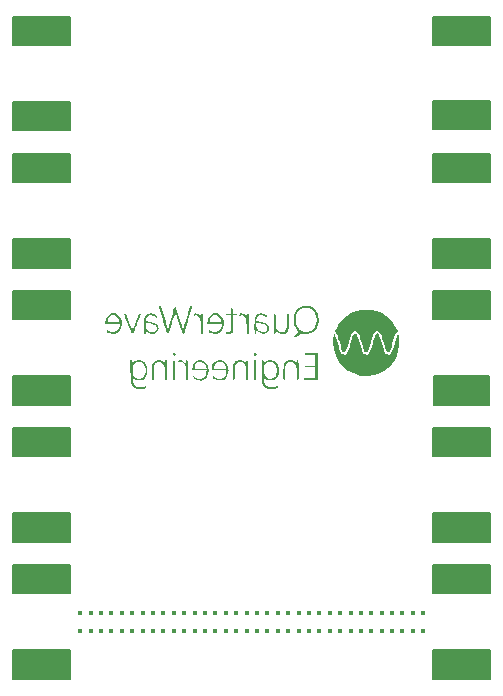
<source format=gbs>
%TF.GenerationSoftware,KiCad,Pcbnew,(6.0.2)*%
%TF.CreationDate,2022-07-21T21:07:04-07:00*%
%TF.ProjectId,testCoupon,74657374-436f-4757-906f-6e2e6b696361,1*%
%TF.SameCoordinates,Original*%
%TF.FileFunction,Soldermask,Bot*%
%TF.FilePolarity,Negative*%
%FSLAX46Y46*%
G04 Gerber Fmt 4.6, Leading zero omitted, Abs format (unit mm)*
G04 Created by KiCad (PCBNEW (6.0.2)) date 2022-07-21 21:07:04*
%MOMM*%
%LPD*%
G01*
G04 APERTURE LIST*
%ADD10C,0.150000*%
%ADD11C,0.380000*%
%ADD12R,4.000000X1.280000*%
G04 APERTURE END LIST*
D10*
X176400000Y-67600000D02*
X171600000Y-67600000D01*
X171600000Y-67600000D02*
X171600000Y-65200000D01*
X171600000Y-65200000D02*
X176400000Y-65200000D01*
X176400000Y-65200000D02*
X176400000Y-67600000D01*
G36*
X176400000Y-67600000D02*
G01*
X171600000Y-67600000D01*
X171600000Y-65200000D01*
X176400000Y-65200000D01*
X176400000Y-67600000D01*
G37*
X140800000Y-106900000D02*
X136000000Y-106900000D01*
X136000000Y-106900000D02*
X136000000Y-104500000D01*
X136000000Y-104500000D02*
X140800000Y-104500000D01*
X140800000Y-104500000D02*
X140800000Y-106900000D01*
G36*
X140800000Y-106900000D02*
G01*
X136000000Y-106900000D01*
X136000000Y-104500000D01*
X140800000Y-104500000D01*
X140800000Y-106900000D01*
G37*
X176400000Y-60500000D02*
X171600000Y-60500000D01*
X171600000Y-60500000D02*
X171600000Y-58100000D01*
X171600000Y-58100000D02*
X176400000Y-58100000D01*
X176400000Y-58100000D02*
X176400000Y-60500000D01*
G36*
X176400000Y-60500000D02*
G01*
X171600000Y-60500000D01*
X171600000Y-58100000D01*
X176400000Y-58100000D01*
X176400000Y-60500000D01*
G37*
X176400000Y-102500000D02*
X171600000Y-102500000D01*
X171600000Y-102500000D02*
X171600000Y-100100000D01*
X171600000Y-100100000D02*
X176400000Y-100100000D01*
X176400000Y-100100000D02*
X176400000Y-102500000D01*
G36*
X176400000Y-102500000D02*
G01*
X171600000Y-102500000D01*
X171600000Y-100100000D01*
X176400000Y-100100000D01*
X176400000Y-102500000D01*
G37*
X140800000Y-72100000D02*
X136000000Y-72100000D01*
X136000000Y-72100000D02*
X136000000Y-69700000D01*
X136000000Y-69700000D02*
X140800000Y-69700000D01*
X140800000Y-69700000D02*
X140800000Y-72100000D01*
G36*
X140800000Y-72100000D02*
G01*
X136000000Y-72100000D01*
X136000000Y-69700000D01*
X140800000Y-69700000D01*
X140800000Y-72100000D01*
G37*
X140800000Y-95300000D02*
X136000000Y-95300000D01*
X136000000Y-95300000D02*
X136000000Y-92900000D01*
X136000000Y-92900000D02*
X140800000Y-92900000D01*
X140800000Y-92900000D02*
X140800000Y-95300000D01*
G36*
X140800000Y-95300000D02*
G01*
X136000000Y-95300000D01*
X136000000Y-92900000D01*
X140800000Y-92900000D01*
X140800000Y-95300000D01*
G37*
X176400000Y-95300000D02*
X171600000Y-95300000D01*
X171600000Y-95300000D02*
X171600000Y-92900000D01*
X171600000Y-92900000D02*
X176400000Y-92900000D01*
X176400000Y-92900000D02*
X176400000Y-95300000D01*
G36*
X176400000Y-95300000D02*
G01*
X171600000Y-95300000D01*
X171600000Y-92900000D01*
X176400000Y-92900000D01*
X176400000Y-95300000D01*
G37*
X140800000Y-102500000D02*
X136000000Y-102500000D01*
X136000000Y-102500000D02*
X136000000Y-100100000D01*
X136000000Y-100100000D02*
X140800000Y-100100000D01*
X140800000Y-100100000D02*
X140800000Y-102500000D01*
G36*
X140800000Y-102500000D02*
G01*
X136000000Y-102500000D01*
X136000000Y-100100000D01*
X140800000Y-100100000D01*
X140800000Y-102500000D01*
G37*
X140800000Y-67700000D02*
X136000000Y-67700000D01*
X136000000Y-67700000D02*
X136000000Y-65300000D01*
X136000000Y-65300000D02*
X140800000Y-65300000D01*
X140800000Y-65300000D02*
X140800000Y-67700000D01*
G36*
X140800000Y-67700000D02*
G01*
X136000000Y-67700000D01*
X136000000Y-65300000D01*
X140800000Y-65300000D01*
X140800000Y-67700000D01*
G37*
X176400000Y-106900000D02*
X171600000Y-106900000D01*
X171600000Y-106900000D02*
X171600000Y-104500000D01*
X171600000Y-104500000D02*
X176400000Y-104500000D01*
X176400000Y-104500000D02*
X176400000Y-106900000D01*
G36*
X176400000Y-106900000D02*
G01*
X171600000Y-106900000D01*
X171600000Y-104500000D01*
X176400000Y-104500000D01*
X176400000Y-106900000D01*
G37*
X176400000Y-79300000D02*
X171600000Y-79300000D01*
X171600000Y-79300000D02*
X171600000Y-76900000D01*
X171600000Y-76900000D02*
X176400000Y-76900000D01*
X176400000Y-76900000D02*
X176400000Y-79300000D01*
G36*
X176400000Y-79300000D02*
G01*
X171600000Y-79300000D01*
X171600000Y-76900000D01*
X176400000Y-76900000D01*
X176400000Y-79300000D01*
G37*
X140800000Y-83700000D02*
X136000000Y-83700000D01*
X136000000Y-83700000D02*
X136000000Y-81300000D01*
X136000000Y-81300000D02*
X140800000Y-81300000D01*
X140800000Y-81300000D02*
X140800000Y-83700000D01*
G36*
X140800000Y-83700000D02*
G01*
X136000000Y-83700000D01*
X136000000Y-81300000D01*
X140800000Y-81300000D01*
X140800000Y-83700000D01*
G37*
X176350000Y-90900000D02*
X171650000Y-90900000D01*
X171650000Y-90900000D02*
X171650000Y-88500000D01*
X171650000Y-88500000D02*
X176350000Y-88500000D01*
X176350000Y-88500000D02*
X176350000Y-90900000D01*
G36*
X176350000Y-90900000D02*
G01*
X171650000Y-90900000D01*
X171650000Y-88500000D01*
X176350000Y-88500000D01*
X176350000Y-90900000D01*
G37*
X176400000Y-114100000D02*
X171600000Y-114100000D01*
X171600000Y-114100000D02*
X171600000Y-111700000D01*
X171600000Y-111700000D02*
X176400000Y-111700000D01*
X176400000Y-111700000D02*
X176400000Y-114100000D01*
G36*
X176400000Y-114100000D02*
G01*
X171600000Y-114100000D01*
X171600000Y-111700000D01*
X176400000Y-111700000D01*
X176400000Y-114100000D01*
G37*
X140800000Y-90900000D02*
X136000000Y-90900000D01*
X136000000Y-90900000D02*
X136000000Y-88500000D01*
X136000000Y-88500000D02*
X140800000Y-88500000D01*
X140800000Y-88500000D02*
X140800000Y-90900000D01*
G36*
X140800000Y-90900000D02*
G01*
X136000000Y-90900000D01*
X136000000Y-88500000D01*
X140800000Y-88500000D01*
X140800000Y-90900000D01*
G37*
X176400000Y-72100000D02*
X171600000Y-72100000D01*
X171600000Y-72100000D02*
X171600000Y-69700000D01*
X171600000Y-69700000D02*
X176400000Y-69700000D01*
X176400000Y-69700000D02*
X176400000Y-72100000D01*
G36*
X176400000Y-72100000D02*
G01*
X171600000Y-72100000D01*
X171600000Y-69700000D01*
X176400000Y-69700000D01*
X176400000Y-72100000D01*
G37*
X140800000Y-60500000D02*
X136000000Y-60500000D01*
X136000000Y-60500000D02*
X136000000Y-58100000D01*
X136000000Y-58100000D02*
X140800000Y-58100000D01*
X140800000Y-58100000D02*
X140800000Y-60500000D01*
G36*
X140800000Y-60500000D02*
G01*
X136000000Y-60500000D01*
X136000000Y-58100000D01*
X140800000Y-58100000D01*
X140800000Y-60500000D01*
G37*
X176400000Y-83700000D02*
X171600000Y-83700000D01*
X171600000Y-83700000D02*
X171600000Y-81300000D01*
X171600000Y-81300000D02*
X176400000Y-81300000D01*
X176400000Y-81300000D02*
X176400000Y-83700000D01*
G36*
X176400000Y-83700000D02*
G01*
X171600000Y-83700000D01*
X171600000Y-81300000D01*
X176400000Y-81300000D01*
X176400000Y-83700000D01*
G37*
X140800000Y-114100000D02*
X136000000Y-114100000D01*
X136000000Y-114100000D02*
X136000000Y-111700000D01*
X136000000Y-111700000D02*
X140800000Y-111700000D01*
X140800000Y-111700000D02*
X140800000Y-114100000D01*
G36*
X140800000Y-114100000D02*
G01*
X136000000Y-114100000D01*
X136000000Y-111700000D01*
X140800000Y-111700000D01*
X140800000Y-114100000D01*
G37*
X140800000Y-79300000D02*
X136000000Y-79300000D01*
X136000000Y-79300000D02*
X136000000Y-76900000D01*
X136000000Y-76900000D02*
X140800000Y-76900000D01*
X140800000Y-76900000D02*
X140800000Y-79300000D01*
G36*
X140800000Y-79300000D02*
G01*
X136000000Y-79300000D01*
X136000000Y-76900000D01*
X140800000Y-76900000D01*
X140800000Y-79300000D01*
G37*
%TO.C,G\u002A\u002A\u002A*%
G36*
X148450110Y-87147419D02*
G01*
X148628360Y-87204884D01*
X148776100Y-87307934D01*
X148880115Y-87411949D01*
X148880115Y-87286666D01*
X148884081Y-87215287D01*
X148909239Y-87171248D01*
X148971613Y-87161383D01*
X149063112Y-87161383D01*
X149063112Y-88844957D01*
X148880115Y-88844957D01*
X148880115Y-88273499D01*
X148880108Y-88246400D01*
X148879053Y-88032524D01*
X148875135Y-87876675D01*
X148866822Y-87765167D01*
X148852580Y-87684311D01*
X148830877Y-87620423D01*
X148800178Y-87559814D01*
X148722067Y-87455663D01*
X148569027Y-87344384D01*
X148502489Y-87313768D01*
X148389817Y-87278187D01*
X148290218Y-87281405D01*
X148171557Y-87321578D01*
X148104912Y-87355122D01*
X148040112Y-87409954D01*
X147992963Y-87488523D01*
X147960847Y-87600693D01*
X147941148Y-87756328D01*
X147931248Y-87965292D01*
X147928530Y-88237448D01*
X147928530Y-88844957D01*
X147738423Y-88844957D01*
X147751128Y-88195317D01*
X147751235Y-88189876D01*
X147758498Y-87924236D01*
X147770399Y-87720239D01*
X147789883Y-87566554D01*
X147819897Y-87451850D01*
X147863388Y-87364794D01*
X147923302Y-87294056D01*
X148002587Y-87228303D01*
X148090956Y-87178392D01*
X148263569Y-87137826D01*
X148450110Y-87147419D01*
G37*
G36*
X155486068Y-83209908D02*
G01*
X155603343Y-83270024D01*
X155704710Y-83360294D01*
X155797406Y-83470458D01*
X155797406Y-83339552D01*
X155802018Y-83260081D01*
X155827511Y-83217938D01*
X155888905Y-83208646D01*
X155980403Y-83208646D01*
X155980403Y-84892219D01*
X155802443Y-84892219D01*
X155790775Y-84315778D01*
X155786553Y-84137531D01*
X155779524Y-83957883D01*
X155769264Y-83827298D01*
X155754097Y-83732078D01*
X155732347Y-83658525D01*
X155702338Y-83592940D01*
X155642222Y-83498778D01*
X155528259Y-83389515D01*
X155403058Y-83335832D01*
X155280173Y-83345668D01*
X155215251Y-83366737D01*
X155181636Y-83356226D01*
X155175216Y-83297662D01*
X155197657Y-83229270D01*
X155267339Y-83187651D01*
X155368771Y-83181824D01*
X155486068Y-83209908D01*
G37*
G36*
X154236836Y-88233669D02*
G01*
X154163237Y-88455301D01*
X154036750Y-88643634D01*
X153976357Y-88702921D01*
X153868520Y-88787667D01*
X153775585Y-88837980D01*
X153680047Y-88859331D01*
X153494299Y-88864386D01*
X153294378Y-88835943D01*
X153110096Y-88776744D01*
X153009919Y-88725683D01*
X152956748Y-88674552D01*
X152942651Y-88610871D01*
X152942651Y-88519067D01*
X153121194Y-88611698D01*
X153232677Y-88664177D01*
X153416906Y-88717969D01*
X153582524Y-88714566D01*
X153745718Y-88655094D01*
X153757057Y-88649054D01*
X153904330Y-88534668D01*
X154004151Y-88374111D01*
X154062044Y-88158718D01*
X154086588Y-88003170D01*
X152869452Y-88003170D01*
X152870129Y-87856772D01*
X153017680Y-87856772D01*
X154072123Y-87856772D01*
X154040261Y-87745675D01*
X153976370Y-87584040D01*
X153855352Y-87424275D01*
X153693068Y-87324185D01*
X153521401Y-87285202D01*
X153353177Y-87307150D01*
X153212476Y-87392717D01*
X153105960Y-87537683D01*
X153040292Y-87737824D01*
X153017680Y-87856772D01*
X152870129Y-87856772D01*
X152870256Y-87829323D01*
X152900430Y-87611091D01*
X152984267Y-87424704D01*
X153110864Y-87279974D01*
X153269326Y-87181561D01*
X153448760Y-87134126D01*
X153638270Y-87142329D01*
X153826965Y-87210831D01*
X154003948Y-87344294D01*
X154010875Y-87351317D01*
X154144568Y-87537561D01*
X154227076Y-87757940D01*
X154239925Y-87856772D01*
X154257974Y-87995596D01*
X154236836Y-88233669D01*
G37*
G36*
X152574014Y-88103208D02*
G01*
X152531968Y-88356931D01*
X152440097Y-88566106D01*
X152301473Y-88725282D01*
X152119164Y-88829010D01*
X152082955Y-88840840D01*
X151921576Y-88867740D01*
X151750911Y-88863342D01*
X151587316Y-88831882D01*
X151447148Y-88777598D01*
X151346764Y-88704724D01*
X151302520Y-88617498D01*
X151291063Y-88518136D01*
X151465633Y-88615705D01*
X151514316Y-88641040D01*
X151720761Y-88708486D01*
X151916040Y-88712611D01*
X152090134Y-88658063D01*
X152233025Y-88549495D01*
X152334695Y-88391555D01*
X152385127Y-88188894D01*
X152402973Y-88003170D01*
X151175683Y-88003170D01*
X151198059Y-87814235D01*
X151203784Y-87776829D01*
X151368876Y-87776829D01*
X151369084Y-87790042D01*
X151375189Y-87817685D01*
X151398269Y-87836399D01*
X151449569Y-87847924D01*
X151540334Y-87854000D01*
X151681808Y-87856370D01*
X151885235Y-87856772D01*
X152401595Y-87856772D01*
X152376784Y-87756124D01*
X152344085Y-87654704D01*
X152249596Y-87490973D01*
X152123833Y-87371911D01*
X151978733Y-87300251D01*
X151826233Y-87278729D01*
X151678268Y-87310079D01*
X151546776Y-87397036D01*
X151443692Y-87542335D01*
X151423938Y-87585989D01*
X151384540Y-87695666D01*
X151368876Y-87776829D01*
X151203784Y-87776829D01*
X151211335Y-87727492D01*
X151281825Y-87500669D01*
X151396022Y-87325236D01*
X151550478Y-87207133D01*
X151555335Y-87204703D01*
X151764343Y-87136522D01*
X151967745Y-87140888D01*
X152162543Y-87217207D01*
X152345743Y-87364884D01*
X152425948Y-87457940D01*
X152514422Y-87611352D01*
X152562079Y-87790679D01*
X152566273Y-87856772D01*
X152576453Y-88017224D01*
X152574014Y-88103208D01*
G37*
G36*
X148569020Y-82550324D02*
G01*
X148841759Y-83538201D01*
X148853537Y-83580757D01*
X148924140Y-83831425D01*
X148989026Y-84054517D01*
X149045534Y-84241413D01*
X149091003Y-84383491D01*
X149122773Y-84472127D01*
X149138182Y-84498702D01*
X149138513Y-84498265D01*
X149155178Y-84453968D01*
X149188520Y-84348983D01*
X149235743Y-84192697D01*
X149294051Y-83994497D01*
X149360646Y-83763771D01*
X149432734Y-83509907D01*
X149441575Y-83478561D01*
X149528445Y-83175362D01*
X149599341Y-82938200D01*
X149655811Y-82762493D01*
X149699400Y-82643665D01*
X149731655Y-82577134D01*
X149754123Y-82558322D01*
X149763032Y-82565736D01*
X149797560Y-82631771D01*
X149849278Y-82762524D01*
X149916692Y-82953830D01*
X149998306Y-83201524D01*
X150092625Y-83501441D01*
X150167360Y-83743057D01*
X150239018Y-83973551D01*
X150301476Y-84173248D01*
X150351659Y-84332355D01*
X150386491Y-84441079D01*
X150402898Y-84489625D01*
X150404366Y-84491141D01*
X150423063Y-84459512D01*
X150458156Y-84367190D01*
X150506938Y-84222443D01*
X150566705Y-84033541D01*
X150634748Y-83808750D01*
X150708363Y-83556340D01*
X150712541Y-83541761D01*
X150794747Y-83255588D01*
X150860009Y-83031694D01*
X150911313Y-82862315D01*
X150951650Y-82739688D01*
X150984006Y-82656050D01*
X151011370Y-82603637D01*
X151036731Y-82574687D01*
X151063078Y-82561437D01*
X151093399Y-82556122D01*
X151154009Y-82552413D01*
X151181368Y-82575261D01*
X151169574Y-82647621D01*
X151169141Y-82649349D01*
X151149349Y-82721303D01*
X151112845Y-82847767D01*
X151062755Y-83018351D01*
X151002206Y-83222663D01*
X150934325Y-83450313D01*
X150862237Y-83690910D01*
X150789069Y-83934062D01*
X150717947Y-84169380D01*
X150651999Y-84386473D01*
X150594350Y-84574949D01*
X150548127Y-84724418D01*
X150516456Y-84824488D01*
X150502465Y-84864770D01*
X150485200Y-84878687D01*
X150421396Y-84892219D01*
X150398031Y-84880938D01*
X150369833Y-84841538D01*
X150334571Y-84766995D01*
X150289540Y-84650288D01*
X150232036Y-84484398D01*
X150159354Y-84262304D01*
X150068789Y-83976986D01*
X149993970Y-83742780D01*
X149921992Y-83524904D01*
X149859008Y-83341837D01*
X149808127Y-83202375D01*
X149772456Y-83115314D01*
X149755106Y-83089450D01*
X149750455Y-83098758D01*
X149726365Y-83165910D01*
X149686413Y-83287949D01*
X149633891Y-83454120D01*
X149572090Y-83653665D01*
X149504303Y-83875827D01*
X149433821Y-84109849D01*
X149363936Y-84344975D01*
X149297941Y-84570448D01*
X149239126Y-84775510D01*
X149226184Y-84815891D01*
X149187447Y-84876160D01*
X149128373Y-84885308D01*
X149121435Y-84883774D01*
X149097519Y-84868872D01*
X149071773Y-84833628D01*
X149041613Y-84770885D01*
X149004451Y-84673487D01*
X148957703Y-84534279D01*
X148898781Y-84346105D01*
X148825101Y-84101809D01*
X148734076Y-83794236D01*
X148702475Y-83686931D01*
X148624167Y-83421387D01*
X148552617Y-83179263D01*
X148490600Y-82969921D01*
X148440894Y-82802722D01*
X148406273Y-82687030D01*
X148389514Y-82632205D01*
X148379171Y-82591929D01*
X148394581Y-82557438D01*
X148465905Y-82550090D01*
X148569020Y-82550324D01*
G37*
G36*
X156602593Y-88844957D02*
G01*
X156419596Y-88844957D01*
X156419596Y-87161383D01*
X156602593Y-87161383D01*
X156602593Y-88844957D01*
G37*
G36*
X153854994Y-84150470D02*
G01*
X153812947Y-84404193D01*
X153721077Y-84613368D01*
X153582453Y-84772544D01*
X153400144Y-84876272D01*
X153363935Y-84888102D01*
X153202556Y-84915002D01*
X153031890Y-84910604D01*
X152868296Y-84879145D01*
X152728128Y-84824860D01*
X152627744Y-84751986D01*
X152583500Y-84664760D01*
X152572043Y-84565399D01*
X152746613Y-84662968D01*
X152795295Y-84688302D01*
X153001741Y-84755748D01*
X153197020Y-84759873D01*
X153371114Y-84705326D01*
X153514005Y-84596757D01*
X153615675Y-84438817D01*
X153666107Y-84236156D01*
X153683952Y-84050432D01*
X152456662Y-84050432D01*
X152479039Y-83861497D01*
X152484764Y-83824091D01*
X152649856Y-83824091D01*
X152650064Y-83837304D01*
X152656169Y-83864948D01*
X152679249Y-83883661D01*
X152730549Y-83895186D01*
X152821314Y-83901263D01*
X152962788Y-83903632D01*
X153166215Y-83904035D01*
X153682575Y-83904035D01*
X153657764Y-83803386D01*
X153625065Y-83701966D01*
X153530575Y-83538236D01*
X153404812Y-83419173D01*
X153259713Y-83347513D01*
X153107213Y-83325991D01*
X152959248Y-83357341D01*
X152827756Y-83444298D01*
X152724672Y-83589598D01*
X152704918Y-83633251D01*
X152665520Y-83742928D01*
X152649856Y-83824091D01*
X152484764Y-83824091D01*
X152492315Y-83774755D01*
X152562805Y-83547932D01*
X152677002Y-83372498D01*
X152831458Y-83254395D01*
X152836315Y-83251965D01*
X153045323Y-83183784D01*
X153248724Y-83188151D01*
X153443523Y-83264469D01*
X153626723Y-83412146D01*
X153706928Y-83505202D01*
X153795402Y-83658614D01*
X153843058Y-83837941D01*
X153847252Y-83904035D01*
X153857432Y-84064486D01*
X153854994Y-84150470D01*
G37*
G36*
X149650337Y-87161388D02*
G01*
X149673359Y-87164412D01*
X149690829Y-87179036D01*
X149703512Y-87214060D01*
X149712173Y-87278284D01*
X149717577Y-87380507D01*
X149720490Y-87529529D01*
X149721676Y-87734150D01*
X149721902Y-88003170D01*
X149721901Y-88021969D01*
X149721638Y-88286722D01*
X149720367Y-88487624D01*
X149717321Y-88633475D01*
X149711736Y-88733074D01*
X149702847Y-88795223D01*
X149689889Y-88828719D01*
X149672096Y-88842364D01*
X149648703Y-88844957D01*
X149647068Y-88844952D01*
X149624046Y-88841928D01*
X149606576Y-88827304D01*
X149593894Y-88792280D01*
X149585233Y-88728056D01*
X149579829Y-88625833D01*
X149576916Y-88476811D01*
X149575729Y-88272190D01*
X149575504Y-88003170D01*
X149575504Y-87984371D01*
X149575767Y-87719619D01*
X149577039Y-87518717D01*
X149580085Y-87372866D01*
X149585669Y-87273266D01*
X149594558Y-87211118D01*
X149607517Y-87177621D01*
X149625310Y-87163976D01*
X149648703Y-87161383D01*
X149650337Y-87161388D01*
G37*
G36*
X158501600Y-88276195D02*
G01*
X158431148Y-88503829D01*
X158313203Y-88679588D01*
X158149642Y-88800749D01*
X157942338Y-88864590D01*
X157740782Y-88865830D01*
X157540576Y-88809789D01*
X157374498Y-88701657D01*
X157261383Y-88595992D01*
X157262187Y-88784524D01*
X157289373Y-89011191D01*
X157369196Y-89198341D01*
X157496766Y-89335320D01*
X157667197Y-89419743D01*
X157875605Y-89449223D01*
X158117106Y-89421376D01*
X158386815Y-89333815D01*
X158417910Y-89339027D01*
X158432564Y-89403340D01*
X158422924Y-89457599D01*
X158377171Y-89501118D01*
X158277017Y-89538931D01*
X158236063Y-89551354D01*
X158140320Y-89581015D01*
X158084870Y-89599112D01*
X158040471Y-89603367D01*
X157942109Y-89602415D01*
X157815260Y-89595648D01*
X157686556Y-89579887D01*
X157469534Y-89511636D01*
X157302730Y-89392590D01*
X157182550Y-89220618D01*
X157172203Y-89199315D01*
X157148160Y-89144147D01*
X157129601Y-89085551D01*
X157115650Y-89013558D01*
X157105432Y-88918202D01*
X157098069Y-88789517D01*
X157092685Y-88617536D01*
X157088404Y-88392292D01*
X157084350Y-88103819D01*
X157082938Y-87995940D01*
X157261383Y-87995940D01*
X157262293Y-88070329D01*
X157279195Y-88264468D01*
X157323040Y-88411131D01*
X157401124Y-88528267D01*
X157520747Y-88633825D01*
X157551049Y-88654301D01*
X157712751Y-88714804D01*
X157887880Y-88715514D01*
X158056518Y-88658961D01*
X158198748Y-88547678D01*
X158242660Y-88488263D01*
X158316593Y-88319108D01*
X158355971Y-88116924D01*
X158357493Y-87905016D01*
X158317858Y-87706686D01*
X158242293Y-87552599D01*
X158116278Y-87414920D01*
X157961626Y-87324063D01*
X157792318Y-87285303D01*
X157622336Y-87303915D01*
X157465661Y-87385173D01*
X157428158Y-87416684D01*
X157346948Y-87511111D01*
X157295747Y-87628172D01*
X157269058Y-87784304D01*
X157261383Y-87995940D01*
X157082938Y-87995940D01*
X157072015Y-87161383D01*
X157166699Y-87161383D01*
X157216920Y-87165580D01*
X157253237Y-87197319D01*
X157261383Y-87279325D01*
X157261385Y-87286071D01*
X157263965Y-87359470D01*
X157278685Y-87367865D01*
X157316221Y-87318975D01*
X157401341Y-87241262D01*
X157542211Y-87175181D01*
X157707779Y-87138243D01*
X157873213Y-87138497D01*
X157892944Y-87141441D01*
X158101556Y-87208461D01*
X158274068Y-87337583D01*
X158413944Y-87531323D01*
X158470043Y-87642823D01*
X158503457Y-87743992D01*
X158518930Y-87860613D01*
X158520014Y-87905016D01*
X158522858Y-88021470D01*
X158501600Y-88276195D01*
G37*
G36*
X165925960Y-82879263D02*
G01*
X166385560Y-82914514D01*
X166819491Y-83015684D01*
X167222808Y-83179772D01*
X167590563Y-83403773D01*
X167917811Y-83684686D01*
X168199604Y-84019507D01*
X168430996Y-84405235D01*
X168580548Y-84705139D01*
X168487504Y-84815714D01*
X168453294Y-84864047D01*
X168379305Y-85011444D01*
X168299264Y-85221809D01*
X168215475Y-85488750D01*
X168130247Y-85805872D01*
X168077094Y-86005026D01*
X168013326Y-86202122D01*
X167950978Y-86343070D01*
X167886447Y-86437205D01*
X167835898Y-86482056D01*
X167761007Y-86495991D01*
X167684294Y-86438545D01*
X167647538Y-86392674D01*
X167606437Y-86326077D01*
X167567584Y-86238870D01*
X167526221Y-86118394D01*
X167477591Y-85951989D01*
X167416939Y-85726994D01*
X167355101Y-85499485D01*
X167282921Y-85257762D01*
X167217568Y-85072264D01*
X167155412Y-84934043D01*
X167092823Y-84834148D01*
X167026171Y-84763630D01*
X166968205Y-84719952D01*
X166863079Y-84678832D01*
X166762031Y-84702901D01*
X166649116Y-84793419D01*
X166597010Y-84857591D01*
X166533479Y-84970503D01*
X166467210Y-85128289D01*
X166395696Y-85337750D01*
X166316430Y-85605686D01*
X166226905Y-85938898D01*
X166158786Y-86164813D01*
X166082055Y-86342598D01*
X166002588Y-86452932D01*
X165921791Y-86493905D01*
X165841068Y-86463605D01*
X165820295Y-86444632D01*
X165771003Y-86381442D01*
X165723461Y-86288428D01*
X165673538Y-86155121D01*
X165617108Y-85971055D01*
X165550040Y-85725761D01*
X165488953Y-85500951D01*
X165416684Y-85258756D01*
X165351246Y-85072876D01*
X165289007Y-84934362D01*
X165226336Y-84834263D01*
X165159600Y-84763630D01*
X165101634Y-84719952D01*
X164996508Y-84678832D01*
X164895460Y-84702901D01*
X164782546Y-84793419D01*
X164726940Y-84862737D01*
X164663994Y-84976501D01*
X164598221Y-85134756D01*
X164527087Y-85344391D01*
X164448056Y-85612293D01*
X164358594Y-85945348D01*
X164310169Y-86111526D01*
X164231608Y-86306557D01*
X164149441Y-86428664D01*
X164065327Y-86477848D01*
X163980923Y-86454108D01*
X163897888Y-86357445D01*
X163817880Y-86187859D01*
X163742558Y-85945348D01*
X163658756Y-85635595D01*
X163568748Y-85335205D01*
X163486391Y-85096635D01*
X163412906Y-84923385D01*
X163349515Y-84818954D01*
X163253745Y-84705139D01*
X163403297Y-84405235D01*
X163407135Y-84397567D01*
X163639515Y-84012765D01*
X163922204Y-83678925D01*
X164250255Y-83399049D01*
X164618722Y-83176142D01*
X165022656Y-83013204D01*
X165457114Y-82913240D01*
X165917147Y-82879251D01*
X165925960Y-82879263D01*
G37*
G36*
X166872653Y-84876059D02*
G01*
X166928649Y-84904288D01*
X166983468Y-84970615D01*
X167040199Y-85081781D01*
X167101929Y-85244524D01*
X167171749Y-85465583D01*
X167252747Y-85751698D01*
X167308341Y-85948067D01*
X167386221Y-86191773D01*
X167459309Y-86375828D01*
X167531328Y-86507909D01*
X167606004Y-86595693D01*
X167687061Y-86646855D01*
X167730384Y-86662780D01*
X167813018Y-86669703D01*
X167907698Y-86632821D01*
X167915141Y-86628864D01*
X167984973Y-86578096D01*
X168047942Y-86501325D01*
X168108287Y-86389395D01*
X168170247Y-86233150D01*
X168238062Y-86023435D01*
X168315970Y-85751094D01*
X168339478Y-85666187D01*
X168418423Y-85391424D01*
X168483522Y-85183797D01*
X168536015Y-85039815D01*
X168577142Y-84955986D01*
X168608145Y-84928819D01*
X168623640Y-84938121D01*
X168652526Y-85005282D01*
X168678077Y-85126829D01*
X168698521Y-85290319D01*
X168712087Y-85483308D01*
X168717002Y-85693353D01*
X168710195Y-85895394D01*
X168645861Y-86337916D01*
X168517127Y-86754668D01*
X168328250Y-87140115D01*
X168083493Y-87488722D01*
X167787113Y-87794954D01*
X167443370Y-88053277D01*
X167056524Y-88258155D01*
X166630835Y-88404055D01*
X166438364Y-88442708D01*
X166133228Y-88473386D01*
X165809126Y-88477516D01*
X165494668Y-88455059D01*
X165218462Y-88405978D01*
X165011848Y-88345790D01*
X164602270Y-88173594D01*
X164233613Y-87944972D01*
X163910096Y-87665372D01*
X163635938Y-87340241D01*
X163415359Y-86975026D01*
X163252578Y-86575175D01*
X163151816Y-86146135D01*
X163117291Y-85693353D01*
X163118615Y-85584530D01*
X163128178Y-85381656D01*
X163145484Y-85202205D01*
X163168762Y-85058619D01*
X163196241Y-84963343D01*
X163226148Y-84928819D01*
X163235230Y-84931661D01*
X163269028Y-84976219D01*
X163313183Y-85077669D01*
X163368992Y-85239671D01*
X163437754Y-85465883D01*
X163520763Y-85759966D01*
X163572546Y-85941959D01*
X163651165Y-86187720D01*
X163724869Y-86373427D01*
X163797401Y-86506742D01*
X163872504Y-86595330D01*
X163953920Y-86646855D01*
X163997243Y-86662780D01*
X164079877Y-86669703D01*
X164174556Y-86632821D01*
X164185387Y-86626989D01*
X164254596Y-86575481D01*
X164317099Y-86497796D01*
X164377093Y-86384811D01*
X164438774Y-86227403D01*
X164506339Y-86016449D01*
X164583986Y-85742825D01*
X164611326Y-85643750D01*
X164688179Y-85380509D01*
X164755000Y-85180207D01*
X164814885Y-85036120D01*
X164870927Y-84941526D01*
X164926221Y-84889701D01*
X164983861Y-84873919D01*
X165006083Y-84876059D01*
X165062079Y-84904288D01*
X165116898Y-84970615D01*
X165173628Y-85081781D01*
X165235359Y-85244524D01*
X165305179Y-85465583D01*
X165386177Y-85751698D01*
X165441771Y-85948067D01*
X165519651Y-86191773D01*
X165592738Y-86375828D01*
X165664757Y-86507909D01*
X165739433Y-86595693D01*
X165820491Y-86646855D01*
X165863813Y-86662780D01*
X165946448Y-86669703D01*
X166041127Y-86632821D01*
X166051957Y-86626989D01*
X166121167Y-86575481D01*
X166183670Y-86497796D01*
X166243663Y-86384811D01*
X166305344Y-86227403D01*
X166372910Y-86016449D01*
X166450557Y-85742825D01*
X166477896Y-85643750D01*
X166554749Y-85380509D01*
X166621571Y-85180207D01*
X166681456Y-85036120D01*
X166737498Y-84941526D01*
X166792792Y-84889701D01*
X166850432Y-84873919D01*
X166872653Y-84876059D01*
G37*
G36*
X155317855Y-87145901D02*
G01*
X155499242Y-87210752D01*
X155647665Y-87327865D01*
X155760807Y-87456726D01*
X155760807Y-87309055D01*
X155765071Y-87222781D01*
X155786277Y-87173541D01*
X155834005Y-87161383D01*
X155835640Y-87161388D01*
X155858662Y-87164412D01*
X155876132Y-87179036D01*
X155888814Y-87214060D01*
X155897475Y-87278284D01*
X155902880Y-87380507D01*
X155905792Y-87529529D01*
X155906979Y-87734150D01*
X155907204Y-88003170D01*
X155906978Y-88255763D01*
X155905778Y-88464770D01*
X155902873Y-88617529D01*
X155897533Y-88722821D01*
X155889028Y-88789428D01*
X155876628Y-88826132D01*
X155859602Y-88841714D01*
X155837221Y-88844957D01*
X155825365Y-88844372D01*
X155802046Y-88834559D01*
X155785368Y-88804363D01*
X155773820Y-88743224D01*
X155765894Y-88640577D01*
X155760081Y-88485862D01*
X155754872Y-88268516D01*
X155750679Y-88098681D01*
X155743562Y-87917501D01*
X155733468Y-87786934D01*
X155718795Y-87693869D01*
X155697942Y-87625196D01*
X155669308Y-87567803D01*
X155665077Y-87560688D01*
X155542077Y-87406334D01*
X155394104Y-87317773D01*
X155212080Y-87289481D01*
X155182298Y-87289976D01*
X155055817Y-87308094D01*
X154956930Y-87357348D01*
X154882672Y-87444638D01*
X154830077Y-87576864D01*
X154796181Y-87760929D01*
X154778018Y-88003731D01*
X154772622Y-88312172D01*
X154772593Y-88381264D01*
X154771641Y-88568928D01*
X154768214Y-88697726D01*
X154760794Y-88778692D01*
X154747867Y-88822863D01*
X154727915Y-88841273D01*
X154699423Y-88844957D01*
X154676210Y-88842775D01*
X154655916Y-88828796D01*
X154642014Y-88792763D01*
X154633299Y-88724445D01*
X154628566Y-88613616D01*
X154626609Y-88450046D01*
X154626224Y-88223507D01*
X154627056Y-88062361D01*
X154633853Y-87816035D01*
X154649404Y-87626838D01*
X154675987Y-87484473D01*
X154715877Y-87378641D01*
X154771351Y-87299046D01*
X154844687Y-87235390D01*
X154938603Y-87182472D01*
X155124109Y-87135683D01*
X155317855Y-87145901D01*
G37*
G36*
X147375375Y-88276195D02*
G01*
X147304923Y-88503829D01*
X147186979Y-88679588D01*
X147023417Y-88800749D01*
X146816114Y-88864590D01*
X146614557Y-88865830D01*
X146414352Y-88809789D01*
X146248273Y-88701657D01*
X146135158Y-88595992D01*
X146135962Y-88784524D01*
X146163148Y-89011191D01*
X146242972Y-89198341D01*
X146370541Y-89335320D01*
X146540972Y-89419743D01*
X146749381Y-89449223D01*
X146990881Y-89421376D01*
X147260590Y-89333815D01*
X147291685Y-89339027D01*
X147306340Y-89403340D01*
X147296699Y-89457599D01*
X147250946Y-89501118D01*
X147150792Y-89538931D01*
X147109838Y-89551354D01*
X147014095Y-89581015D01*
X146958645Y-89599112D01*
X146914246Y-89603367D01*
X146815884Y-89602415D01*
X146689035Y-89595648D01*
X146560331Y-89579887D01*
X146343310Y-89511636D01*
X146176505Y-89392590D01*
X146056325Y-89220618D01*
X146045979Y-89199315D01*
X146021935Y-89144147D01*
X146003376Y-89085551D01*
X145989426Y-89013558D01*
X145979207Y-88918202D01*
X145971844Y-88789517D01*
X145966460Y-88617536D01*
X145962180Y-88392292D01*
X145958125Y-88103819D01*
X145956713Y-87995940D01*
X146135158Y-87995940D01*
X146136069Y-88070329D01*
X146152971Y-88264468D01*
X146196815Y-88411131D01*
X146274900Y-88528267D01*
X146394523Y-88633825D01*
X146424824Y-88654301D01*
X146586526Y-88714804D01*
X146761655Y-88715514D01*
X146930293Y-88658961D01*
X147072523Y-88547678D01*
X147116436Y-88488263D01*
X147190369Y-88319108D01*
X147229746Y-88116924D01*
X147231268Y-87905016D01*
X147191633Y-87706686D01*
X147116068Y-87552599D01*
X146990053Y-87414920D01*
X146835401Y-87324063D01*
X146666093Y-87285303D01*
X146496111Y-87303915D01*
X146339437Y-87385173D01*
X146301933Y-87416684D01*
X146220724Y-87511111D01*
X146169523Y-87628172D01*
X146142833Y-87784304D01*
X146135158Y-87995940D01*
X145956713Y-87995940D01*
X145945790Y-87161383D01*
X146040474Y-87161383D01*
X146090695Y-87165580D01*
X146127012Y-87197319D01*
X146135158Y-87279325D01*
X146135160Y-87286071D01*
X146137740Y-87359470D01*
X146152460Y-87367865D01*
X146189996Y-87318975D01*
X146275116Y-87241262D01*
X146415986Y-87175181D01*
X146581554Y-87138243D01*
X146746988Y-87138497D01*
X146766719Y-87141441D01*
X146975331Y-87208461D01*
X147147844Y-87337583D01*
X147287719Y-87531323D01*
X147343819Y-87642823D01*
X147377232Y-87743992D01*
X147392705Y-87860613D01*
X147393789Y-87905016D01*
X147396633Y-88021470D01*
X147375375Y-88276195D01*
G37*
G36*
X148209705Y-84775691D02*
G01*
X148059732Y-84876796D01*
X147952875Y-84911439D01*
X147755543Y-84919855D01*
X147563569Y-84861492D01*
X147391061Y-84739253D01*
X147269740Y-84621664D01*
X147269740Y-84756942D01*
X147264357Y-84844331D01*
X147237845Y-84883797D01*
X147175335Y-84892219D01*
X147080930Y-84892219D01*
X147092986Y-84224280D01*
X147093632Y-84189635D01*
X147099149Y-83986065D01*
X147261581Y-83986065D01*
X147277182Y-84201737D01*
X147277252Y-84202705D01*
X147312463Y-84398547D01*
X147392683Y-84550740D01*
X147529056Y-84680466D01*
X147616861Y-84732384D01*
X147764671Y-84770044D01*
X147907414Y-84756381D01*
X148031768Y-84698689D01*
X148124412Y-84604260D01*
X148172024Y-84480387D01*
X148161283Y-84334363D01*
X148145629Y-84291628D01*
X148081724Y-84204595D01*
X147973267Y-84136539D01*
X147810752Y-84082571D01*
X147584670Y-84037802D01*
X147261581Y-83986065D01*
X147099149Y-83986065D01*
X147100800Y-83925151D01*
X147112543Y-83722033D01*
X147131469Y-83569682D01*
X147160184Y-83457496D01*
X147201294Y-83374875D01*
X147257408Y-83311218D01*
X147331132Y-83255925D01*
X147352171Y-83243756D01*
X147485052Y-83203915D01*
X147655466Y-83192947D01*
X147838910Y-83210801D01*
X148010879Y-83257422D01*
X148055753Y-83275269D01*
X148139173Y-83317891D01*
X148176280Y-83364469D01*
X148184726Y-83432812D01*
X148184726Y-83541126D01*
X148014719Y-83441496D01*
X147867080Y-83372269D01*
X147689850Y-83335240D01*
X147533544Y-83351942D01*
X147408285Y-83418903D01*
X147324191Y-83532650D01*
X147291384Y-83689709D01*
X147288040Y-83846404D01*
X147608281Y-83892773D01*
X147721042Y-83911112D01*
X147957064Y-83969422D01*
X148129936Y-84049060D01*
X148245805Y-84154889D01*
X148310818Y-84291772D01*
X148331124Y-84464572D01*
X148328356Y-84480387D01*
X148301841Y-84631868D01*
X148209705Y-84775691D01*
G37*
G36*
X150273952Y-87136943D02*
G01*
X150394164Y-87182264D01*
X150507986Y-87258383D01*
X150600745Y-87362680D01*
X150673004Y-87472478D01*
X150673245Y-87316931D01*
X150678382Y-87220039D01*
X150699886Y-87172895D01*
X150746685Y-87161383D01*
X150748320Y-87161388D01*
X150771342Y-87164412D01*
X150788812Y-87179036D01*
X150801495Y-87214060D01*
X150810155Y-87278284D01*
X150815560Y-87380507D01*
X150818472Y-87529529D01*
X150819659Y-87734150D01*
X150819884Y-88003170D01*
X150819884Y-88021969D01*
X150819621Y-88286722D01*
X150818349Y-88487624D01*
X150815304Y-88633475D01*
X150809719Y-88733074D01*
X150800830Y-88795223D01*
X150787872Y-88828719D01*
X150770079Y-88842364D01*
X150746685Y-88844957D01*
X150722170Y-88842712D01*
X150699541Y-88826930D01*
X150685271Y-88785609D01*
X150677448Y-88706833D01*
X150674158Y-88578690D01*
X150673487Y-88389266D01*
X150670729Y-88211071D01*
X150662173Y-88020553D01*
X150649203Y-87857948D01*
X150633236Y-87745890D01*
X150621381Y-87698392D01*
X150551731Y-87534027D01*
X150452117Y-87403244D01*
X150334196Y-87315468D01*
X150209619Y-87280123D01*
X150090042Y-87306632D01*
X150058989Y-87321838D01*
X150022459Y-87319889D01*
X150014697Y-87258085D01*
X150021683Y-87211949D01*
X150073040Y-87149167D01*
X150162020Y-87125038D01*
X150273952Y-87136943D01*
G37*
G36*
X161876265Y-84104636D02*
G01*
X161869007Y-84135141D01*
X161770308Y-84389325D01*
X161617998Y-84599827D01*
X161420191Y-84761441D01*
X161185004Y-84868962D01*
X160920551Y-84917183D01*
X160634947Y-84900901D01*
X160393316Y-84859511D01*
X160195623Y-85022263D01*
X160151432Y-85057935D01*
X160040694Y-85135791D01*
X159949706Y-85174523D01*
X159855737Y-85185015D01*
X159826782Y-85184781D01*
X159745996Y-85180944D01*
X159713544Y-85173890D01*
X159719240Y-85167236D01*
X159768289Y-85125437D01*
X159856752Y-85055061D01*
X159971426Y-84966713D01*
X160229308Y-84770661D01*
X160101437Y-84639293D01*
X160038650Y-84564175D01*
X159948119Y-84429294D01*
X159872036Y-84288329D01*
X159842257Y-84221498D01*
X159804652Y-84117869D01*
X159782920Y-84012793D01*
X159772919Y-83882379D01*
X159770997Y-83739337D01*
X159956003Y-83739337D01*
X159956103Y-83749107D01*
X159986150Y-84024471D01*
X160065114Y-84266445D01*
X160187802Y-84466484D01*
X160349025Y-84616045D01*
X160543591Y-84706582D01*
X160640278Y-84726632D01*
X160824592Y-84741135D01*
X161009247Y-84732718D01*
X161159222Y-84701662D01*
X161253800Y-84661119D01*
X161438113Y-84527149D01*
X161579990Y-84339317D01*
X161675088Y-84104387D01*
X161719067Y-83829128D01*
X161721543Y-83694314D01*
X161687452Y-83411688D01*
X161601615Y-83168298D01*
X161468363Y-82969642D01*
X161292026Y-82821217D01*
X161076935Y-82728523D01*
X160827421Y-82697057D01*
X160810900Y-82697225D01*
X160569476Y-82729919D01*
X160363968Y-82822801D01*
X160182156Y-82981254D01*
X160081694Y-83115123D01*
X160007184Y-83282155D01*
X159966959Y-83484622D01*
X159956003Y-83739337D01*
X159770997Y-83739337D01*
X159770505Y-83702738D01*
X159770889Y-83620151D01*
X159776271Y-83461731D01*
X159791034Y-83343588D01*
X159819005Y-83242495D01*
X159864011Y-83135224D01*
X159968847Y-82951406D01*
X160149790Y-82750407D01*
X160371923Y-82608287D01*
X160497685Y-82567300D01*
X160691195Y-82538268D01*
X160901348Y-82532976D01*
X161099663Y-82551843D01*
X161257660Y-82595287D01*
X161366989Y-82654801D01*
X161541394Y-82793655D01*
X161694048Y-82965143D01*
X161801401Y-83145437D01*
X161822852Y-83200754D01*
X161874880Y-83408914D01*
X161902648Y-83648463D01*
X161902880Y-83694314D01*
X161903872Y-83890127D01*
X161876265Y-84104636D01*
G37*
G36*
X149721713Y-86529282D02*
G01*
X149775975Y-86592014D01*
X149777421Y-86683638D01*
X149776706Y-86685852D01*
X149735772Y-86743711D01*
X149654711Y-86751768D01*
X149643841Y-86750101D01*
X149571094Y-86709588D01*
X149538844Y-86640483D01*
X149551646Y-86568731D01*
X149614057Y-86520274D01*
X149634450Y-86515261D01*
X149721713Y-86529282D01*
G37*
G36*
X151606530Y-83209908D02*
G01*
X151723804Y-83270024D01*
X151825171Y-83360294D01*
X151917867Y-83470458D01*
X151917867Y-83339552D01*
X151922479Y-83260081D01*
X151947972Y-83217938D01*
X152009366Y-83208646D01*
X152100864Y-83208646D01*
X152100864Y-84892219D01*
X151922904Y-84892219D01*
X151911236Y-84315778D01*
X151907014Y-84137531D01*
X151899985Y-83957883D01*
X151889725Y-83827298D01*
X151874558Y-83732078D01*
X151852808Y-83658525D01*
X151822799Y-83592940D01*
X151762683Y-83498778D01*
X151648720Y-83389515D01*
X151523519Y-83335832D01*
X151400634Y-83345668D01*
X151335713Y-83366737D01*
X151302097Y-83356226D01*
X151295677Y-83297662D01*
X151318118Y-83229270D01*
X151387800Y-83187651D01*
X151489233Y-83181824D01*
X151606530Y-83209908D01*
G37*
G36*
X154562175Y-82765511D02*
G01*
X154584126Y-82774952D01*
X154623551Y-82811038D01*
X154644703Y-82880099D01*
X154655500Y-83002228D01*
X154666477Y-83208646D01*
X154811048Y-83208646D01*
X154892988Y-83212617D01*
X154943166Y-83233720D01*
X154955619Y-83281844D01*
X154948035Y-83322867D01*
X154906742Y-83348636D01*
X154812128Y-83355043D01*
X154668637Y-83355043D01*
X154656581Y-84022983D01*
X154655240Y-84093545D01*
X154648520Y-84340417D01*
X154638017Y-84526400D01*
X154621301Y-84661384D01*
X154595939Y-84755262D01*
X154559500Y-84817927D01*
X154509552Y-84859270D01*
X154443664Y-84889184D01*
X154409068Y-84900540D01*
X154274638Y-84920598D01*
X154156529Y-84904803D01*
X154072581Y-84857799D01*
X154040634Y-84784233D01*
X154042751Y-84752090D01*
X154066709Y-84728275D01*
X154134515Y-84746727D01*
X154240422Y-84777388D01*
X154327132Y-84768185D01*
X154406628Y-84709222D01*
X154424426Y-84689641D01*
X154446183Y-84653353D01*
X154461386Y-84600374D01*
X154471192Y-84519404D01*
X154476762Y-84399141D01*
X154479254Y-84228284D01*
X154479827Y-83995533D01*
X154479827Y-83355043D01*
X154260230Y-83355043D01*
X154162967Y-83353698D01*
X154083844Y-83344819D01*
X154048646Y-83322728D01*
X154040634Y-83281844D01*
X154044671Y-83249423D01*
X154071308Y-83223049D01*
X154137581Y-83211316D01*
X154260230Y-83208646D01*
X154479827Y-83208646D01*
X154479827Y-82971929D01*
X154479881Y-82928608D01*
X154482495Y-82820218D01*
X154493256Y-82766497D01*
X154517902Y-82753058D01*
X154562175Y-82765511D01*
G37*
G36*
X145217530Y-84150470D02*
G01*
X145175483Y-84404193D01*
X145083613Y-84613368D01*
X144944989Y-84772544D01*
X144762680Y-84876272D01*
X144726471Y-84888102D01*
X144565092Y-84915002D01*
X144394426Y-84910604D01*
X144230832Y-84879145D01*
X144090664Y-84824860D01*
X143990280Y-84751986D01*
X143946036Y-84664760D01*
X143934579Y-84565399D01*
X144109149Y-84662968D01*
X144157831Y-84688302D01*
X144364277Y-84755748D01*
X144559556Y-84759873D01*
X144733650Y-84705326D01*
X144876541Y-84596757D01*
X144978211Y-84438817D01*
X145028643Y-84236156D01*
X145046488Y-84050432D01*
X143819198Y-84050432D01*
X143841575Y-83861497D01*
X143847300Y-83824091D01*
X144012392Y-83824091D01*
X144012600Y-83837304D01*
X144018705Y-83864948D01*
X144041785Y-83883661D01*
X144093085Y-83895186D01*
X144183850Y-83901263D01*
X144325324Y-83903632D01*
X144528751Y-83904035D01*
X145045111Y-83904035D01*
X145020300Y-83803386D01*
X144987601Y-83701966D01*
X144893111Y-83538236D01*
X144767349Y-83419173D01*
X144622249Y-83347513D01*
X144469749Y-83325991D01*
X144321784Y-83357341D01*
X144190292Y-83444298D01*
X144087208Y-83589598D01*
X144067454Y-83633251D01*
X144028056Y-83742928D01*
X144012392Y-83824091D01*
X143847300Y-83824091D01*
X143854851Y-83774755D01*
X143925341Y-83547932D01*
X144039538Y-83372498D01*
X144193994Y-83254395D01*
X144198851Y-83251965D01*
X144407859Y-83183784D01*
X144611260Y-83188151D01*
X144806059Y-83264469D01*
X144989259Y-83412146D01*
X145069464Y-83505202D01*
X145157938Y-83658614D01*
X145205595Y-83837941D01*
X145209788Y-83904035D01*
X145219968Y-84064486D01*
X145217530Y-84150470D01*
G37*
G36*
X156571162Y-86523188D02*
G01*
X156624608Y-86580144D01*
X156642231Y-86663052D01*
X156614793Y-86734390D01*
X156607370Y-86740928D01*
X156532352Y-86761883D01*
X156450722Y-86738997D01*
X156400001Y-86681510D01*
X156395324Y-86662482D01*
X156409692Y-86576481D01*
X156472127Y-86521948D01*
X156561913Y-86519598D01*
X156571162Y-86523188D01*
G37*
G36*
X159384149Y-83737536D02*
G01*
X159383978Y-83787422D01*
X159379890Y-83994560D01*
X159371181Y-84187533D01*
X159358948Y-84346669D01*
X159344288Y-84452293D01*
X159333654Y-84495983D01*
X159257635Y-84676824D01*
X159145101Y-84811981D01*
X159005971Y-84888658D01*
X158918786Y-84909308D01*
X158704014Y-84915852D01*
X158512454Y-84853499D01*
X158346311Y-84722805D01*
X158249567Y-84618471D01*
X158249567Y-84755345D01*
X158246331Y-84826263D01*
X158225530Y-84878960D01*
X158176368Y-84892219D01*
X158174734Y-84892214D01*
X158151712Y-84889190D01*
X158134242Y-84874566D01*
X158121559Y-84839542D01*
X158112899Y-84775319D01*
X158107494Y-84673096D01*
X158104582Y-84524074D01*
X158103395Y-84319452D01*
X158103170Y-84050432D01*
X158103170Y-84031634D01*
X158103433Y-83766881D01*
X158104705Y-83565979D01*
X158107750Y-83420128D01*
X158113335Y-83320528D01*
X158122224Y-83258380D01*
X158135182Y-83224883D01*
X158152975Y-83211238D01*
X158176368Y-83208646D01*
X158183650Y-83208762D01*
X158210315Y-83214894D01*
X158228630Y-83238467D01*
X158240163Y-83290631D01*
X158246485Y-83382538D01*
X158249165Y-83525340D01*
X158249771Y-83730187D01*
X158249975Y-83782306D01*
X158253964Y-83980785D01*
X158262264Y-84159727D01*
X158273845Y-84301248D01*
X158287674Y-84387464D01*
X158301670Y-84430948D01*
X158386300Y-84580692D01*
X158505927Y-84688542D01*
X158646676Y-84752307D01*
X158794673Y-84769793D01*
X158936043Y-84738810D01*
X159056913Y-84657164D01*
X159143408Y-84522664D01*
X159162246Y-84464423D01*
X159180689Y-84364491D01*
X159192689Y-84227334D01*
X159199194Y-84040989D01*
X159201152Y-83793496D01*
X159201152Y-83208646D01*
X159384149Y-83208646D01*
X159384149Y-83737536D01*
G37*
G36*
X157655553Y-84625958D02*
G01*
X157568146Y-84760987D01*
X157428857Y-84859459D01*
X157395076Y-84873793D01*
X157276518Y-84912208D01*
X157179775Y-84928015D01*
X157137473Y-84925982D01*
X156973343Y-84884710D01*
X156814171Y-84802598D01*
X156693832Y-84695832D01*
X156603405Y-84581124D01*
X156602999Y-84736672D01*
X156597768Y-84833461D01*
X156576213Y-84880681D01*
X156529394Y-84892219D01*
X156528851Y-84892219D01*
X156502810Y-84888920D01*
X156483870Y-84872463D01*
X156470905Y-84832842D01*
X156462787Y-84760050D01*
X156458390Y-84644080D01*
X156456587Y-84474925D01*
X156456252Y-84242579D01*
X156456257Y-84228756D01*
X156458289Y-83987784D01*
X156593441Y-83987784D01*
X156613741Y-84184467D01*
X156614455Y-84191133D01*
X156662462Y-84394538D01*
X156752620Y-84565845D01*
X156875157Y-84686291D01*
X156930491Y-84715363D01*
X157066059Y-84755005D01*
X157208007Y-84767412D01*
X157321516Y-84747788D01*
X157409404Y-84688149D01*
X157488654Y-84566036D01*
X157517579Y-84411536D01*
X157515653Y-84365824D01*
X157485543Y-84268740D01*
X157404972Y-84181784D01*
X157381138Y-84162161D01*
X157308902Y-84108268D01*
X157267725Y-84086241D01*
X157255290Y-84084984D01*
X157183458Y-84075365D01*
X157065168Y-84058398D01*
X156918262Y-84036617D01*
X156593441Y-83987784D01*
X156458289Y-83987784D01*
X156458507Y-83961872D01*
X156466658Y-83756550D01*
X156483334Y-83601726D01*
X156511158Y-83486338D01*
X156552751Y-83399321D01*
X156610738Y-83329612D01*
X156687741Y-83266146D01*
X156715431Y-83248467D01*
X156839168Y-83205624D01*
X156989041Y-83192045D01*
X157148584Y-83204340D01*
X157301335Y-83239120D01*
X157430827Y-83292997D01*
X157520596Y-83362581D01*
X157554178Y-83444484D01*
X157553253Y-83482442D01*
X157539442Y-83528748D01*
X157497641Y-83523705D01*
X157413430Y-83469922D01*
X157261778Y-83384934D01*
X157070700Y-83335282D01*
X156890909Y-83352061D01*
X156868029Y-83359550D01*
X156754886Y-83426111D01*
X156676262Y-83538889D01*
X156622690Y-83710535D01*
X156611840Y-83777189D01*
X156625746Y-83824018D01*
X156682331Y-83844777D01*
X156696613Y-83847537D01*
X156787164Y-83864539D01*
X156920039Y-83889088D01*
X157071900Y-83916865D01*
X157112111Y-83924536D01*
X157262391Y-83959121D01*
X157387903Y-83996625D01*
X157464834Y-84030179D01*
X157472675Y-84035416D01*
X157599637Y-84159102D01*
X157671982Y-84309259D01*
X157683687Y-84411536D01*
X157690392Y-84470130D01*
X157655553Y-84625958D01*
G37*
G36*
X161799711Y-88844957D02*
G01*
X160665129Y-88844957D01*
X160665129Y-88661960D01*
X161616714Y-88661960D01*
X161616714Y-87746974D01*
X161195821Y-87746974D01*
X161092920Y-87746809D01*
X160945419Y-87744739D01*
X160852253Y-87738554D01*
X160801039Y-87726101D01*
X160779391Y-87705226D01*
X160774928Y-87673775D01*
X160775879Y-87655880D01*
X160787782Y-87630227D01*
X160823344Y-87614024D01*
X160894949Y-87605118D01*
X161014980Y-87601353D01*
X161195821Y-87600576D01*
X161616714Y-87600576D01*
X161616714Y-86685591D01*
X160701729Y-86685591D01*
X160701729Y-86502594D01*
X161799711Y-86502594D01*
X161799711Y-88844957D01*
G37*
G36*
X159599988Y-87145901D02*
G01*
X159781374Y-87210752D01*
X159929798Y-87327865D01*
X160042939Y-87456726D01*
X160042939Y-87309055D01*
X160047203Y-87222781D01*
X160068410Y-87173541D01*
X160116138Y-87161383D01*
X160117773Y-87161388D01*
X160140795Y-87164412D01*
X160158264Y-87179036D01*
X160170947Y-87214060D01*
X160179608Y-87278284D01*
X160185012Y-87380507D01*
X160187925Y-87529529D01*
X160189111Y-87734150D01*
X160189337Y-88003170D01*
X160189111Y-88255763D01*
X160187911Y-88464770D01*
X160185006Y-88617529D01*
X160179666Y-88722821D01*
X160171161Y-88789428D01*
X160158760Y-88826132D01*
X160141735Y-88841714D01*
X160119353Y-88844957D01*
X160107497Y-88844372D01*
X160084179Y-88834559D01*
X160067500Y-88804363D01*
X160055952Y-88743224D01*
X160048026Y-88640577D01*
X160042214Y-88485862D01*
X160037005Y-88268516D01*
X160032811Y-88098681D01*
X160025695Y-87917501D01*
X160015600Y-87786934D01*
X160000927Y-87693869D01*
X159980074Y-87625196D01*
X159951441Y-87567803D01*
X159947210Y-87560688D01*
X159824210Y-87406334D01*
X159676237Y-87317773D01*
X159494212Y-87289481D01*
X159464430Y-87289976D01*
X159337949Y-87308094D01*
X159239062Y-87357348D01*
X159164804Y-87444638D01*
X159112210Y-87576864D01*
X159078313Y-87760929D01*
X159060150Y-88003731D01*
X159054755Y-88312172D01*
X159054725Y-88381264D01*
X159053774Y-88568928D01*
X159050346Y-88697726D01*
X159042927Y-88778692D01*
X159030000Y-88822863D01*
X159010048Y-88841273D01*
X158981556Y-88844957D01*
X158958342Y-88842775D01*
X158938049Y-88828796D01*
X158924147Y-88792763D01*
X158915432Y-88724445D01*
X158910698Y-88613616D01*
X158908741Y-88450046D01*
X158908357Y-88223507D01*
X158909189Y-88062361D01*
X158915986Y-87816035D01*
X158931537Y-87626838D01*
X158958119Y-87484473D01*
X158998010Y-87378641D01*
X159053484Y-87299046D01*
X159126819Y-87235390D01*
X159220736Y-87182472D01*
X159406241Y-87135683D01*
X159599988Y-87145901D01*
G37*
G36*
X146799346Y-83214619D02*
G01*
X146830547Y-83234606D01*
X146824764Y-83254468D01*
X146796292Y-83334730D01*
X146747306Y-83466953D01*
X146681457Y-83641419D01*
X146602396Y-83848406D01*
X146513771Y-84078194D01*
X146472199Y-84185282D01*
X146379826Y-84420495D01*
X146307817Y-84597770D01*
X146252431Y-84724815D01*
X146209929Y-84809340D01*
X146176569Y-84859052D01*
X146148610Y-84881659D01*
X146122312Y-84884870D01*
X146105503Y-84878683D01*
X146073446Y-84847950D01*
X146033641Y-84785383D01*
X145982512Y-84683636D01*
X145916480Y-84535363D01*
X145831968Y-84333219D01*
X145725399Y-84069858D01*
X145667009Y-83923683D01*
X145582121Y-83709335D01*
X145509507Y-83523734D01*
X145452954Y-83376661D01*
X145416247Y-83277896D01*
X145403170Y-83237221D01*
X145422353Y-83219159D01*
X145487837Y-83208646D01*
X145516687Y-83213435D01*
X145546849Y-83234782D01*
X145580156Y-83281416D01*
X145620977Y-83362040D01*
X145673678Y-83485357D01*
X145742628Y-83660071D01*
X145832193Y-83894885D01*
X145845915Y-83931159D01*
X145924714Y-84140094D01*
X145994105Y-84325091D01*
X146049941Y-84475028D01*
X146088078Y-84578781D01*
X146104371Y-84625228D01*
X146107705Y-84625367D01*
X146132036Y-84581729D01*
X146176027Y-84482063D01*
X146235872Y-84335578D01*
X146307767Y-84151484D01*
X146387905Y-83938989D01*
X146409962Y-83879621D01*
X146495886Y-83650634D01*
X146562193Y-83480184D01*
X146613033Y-83359775D01*
X146652558Y-83280913D01*
X146684919Y-83235101D01*
X146714266Y-83213843D01*
X146744750Y-83208646D01*
X146799346Y-83214619D01*
G37*
%TD*%
D11*
%TO.C,NT5*%
X166346592Y-110076010D03*
X169866192Y-108524010D03*
X156667692Y-110076010D03*
X154907892Y-110076010D03*
X155787792Y-110076010D03*
X161067192Y-110076010D03*
X168986292Y-108524010D03*
X149628492Y-108524010D03*
X159307392Y-108524010D03*
X150508392Y-108524010D03*
X161947092Y-108524010D03*
X154027992Y-110076010D03*
X153148092Y-110076010D03*
X170746092Y-110076010D03*
X147868692Y-108524010D03*
X142589292Y-110076010D03*
X146988792Y-108524010D03*
X168986292Y-110076010D03*
X157547592Y-110076010D03*
X150508392Y-110076010D03*
X161067192Y-108524010D03*
X155787792Y-108524010D03*
X164586792Y-110076010D03*
X151388292Y-108524010D03*
X159307392Y-110076010D03*
X161947092Y-110076010D03*
X148748592Y-110076010D03*
X160187292Y-108524010D03*
X167226492Y-110076010D03*
X170746092Y-108524010D03*
X156667692Y-108524010D03*
X152268192Y-108524010D03*
X144349092Y-110076010D03*
X148748592Y-108524010D03*
X169866192Y-110076010D03*
X145228992Y-110076010D03*
X168106392Y-110076010D03*
X141709392Y-110076010D03*
X165466692Y-110076010D03*
X146988792Y-110076010D03*
X167226492Y-108524010D03*
X152268192Y-110076010D03*
X157547592Y-108524010D03*
X143469192Y-110076010D03*
X146108892Y-110076010D03*
X141709392Y-108524010D03*
X154027992Y-108524010D03*
X144349092Y-108524010D03*
X168106392Y-108524010D03*
X158427492Y-108524010D03*
X147868692Y-110076010D03*
X158427492Y-110076010D03*
X164586792Y-108524010D03*
X160187292Y-110076010D03*
X153148092Y-108524010D03*
X165466692Y-108524010D03*
X166346592Y-108524010D03*
X163706892Y-108524010D03*
X162826992Y-110076010D03*
X154907892Y-108524010D03*
X143469192Y-108524010D03*
X163706892Y-110076010D03*
X149628492Y-110076010D03*
X145228992Y-108524010D03*
X151388292Y-110076010D03*
X146108892Y-108524010D03*
X142589292Y-108524010D03*
X162826992Y-108524010D03*
%TD*%
D12*
%TO.C,J6*%
X174400000Y-83110000D03*
X174400000Y-89080000D03*
%TD*%
%TO.C,J3*%
X138000000Y-77490000D03*
X138000000Y-71520000D03*
%TD*%
%TO.C,J4*%
X174404250Y-71510000D03*
X174404250Y-77480000D03*
%TD*%
%TO.C,J7*%
X138006757Y-100690000D03*
X138006757Y-94720000D03*
%TD*%
%TO.C,J1*%
X138000000Y-65890000D03*
X138000000Y-59920000D03*
%TD*%
%TO.C,J8*%
X174406757Y-94710000D03*
X174406757Y-100680000D03*
%TD*%
%TO.C,J2*%
X174400000Y-59910000D03*
X174400000Y-65880000D03*
%TD*%
%TO.C,J5*%
X138000000Y-89090000D03*
X138000000Y-83120000D03*
%TD*%
%TO.C,J10*%
X174400000Y-106310000D03*
X174400000Y-112280000D03*
%TD*%
%TO.C,J9*%
X138000000Y-112290000D03*
X138000000Y-106320000D03*
%TD*%
M02*

</source>
